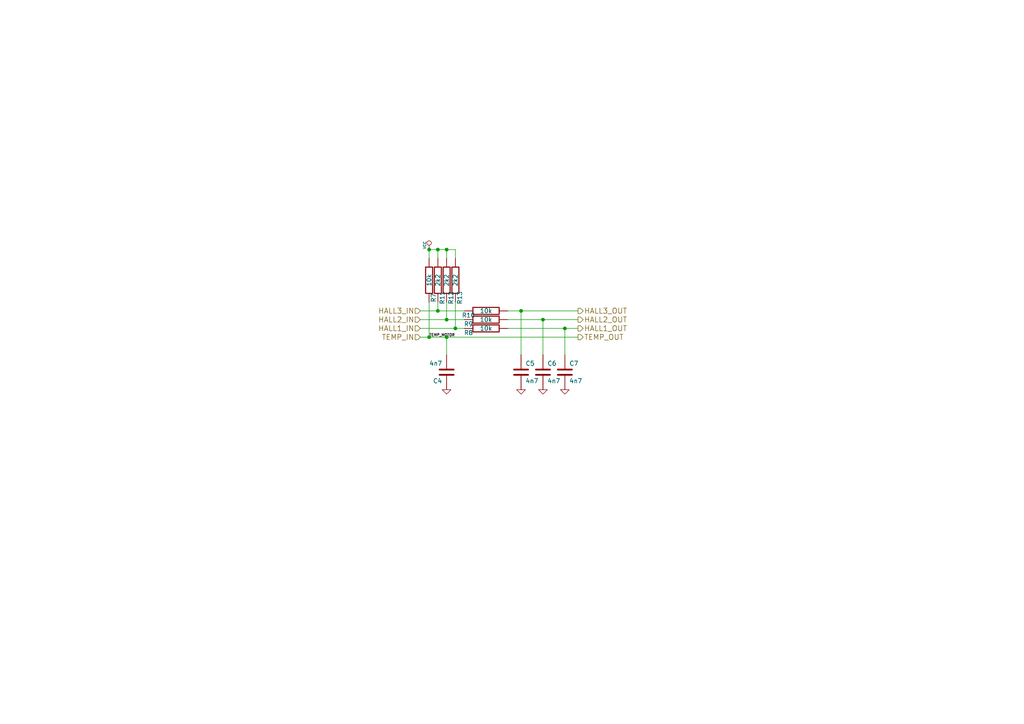
<source format=kicad_sch>
(kicad_sch (version 20231120) (generator "eeschema") (generator_version "8.0")
  (paper "A4")
  (title_block (title "BLDC Driver 4.11") (date "21 aug 2015") (rev "4.12") (company "Benjamin Vedder"))
  (lib_symbols
    (symbol "BLDC_4-rescue:C-RESCUE-BLDC_4" (pin_numbers hide) (pin_names (offset 0.254))
      (property "Reference" "C" (at 0 2.54 0))
      (property "Value" "C-RESCUE-BLDC_4" (at 0.1524 -2.159 0))
      (symbol "C-RESCUE-BLDC_4_0_1"
        (polyline (pts (xy -2.032 -0.762) (xy 2.032 -0.762)) (stroke (width 0.508)))
        (polyline (pts (xy -2.032 0.762) (xy 2.032 0.762)) (stroke (width 0.508)))
      )
      (symbol "C-RESCUE-BLDC_4_1_1"
        (pin passive line (at 0 5.08 270) (length 4.318) (name "~") (number "1"))
        (pin passive line (at 0 -5.08 90) (length 4.318) (name "~") (number "2"))
      )
    )
    (symbol "BLDC_4-rescue:GND-RESCUE-BLDC_4" (power) (pin_names (offset 0))
      (symbol "GND-RESCUE-BLDC_4_0_1"
        (polyline (pts (xy -1.27 0) (xy 0 -1.27) (xy 1.27 0) (xy -1.27 0)))
      )
      (symbol "GND-RESCUE-BLDC_4_1_1"
        (pin power_in line (at 0 0 90) (length 0) hide (name "GND") (number "1"))
      )
    )
    (symbol "BLDC_4-rescue:R-RESCUE-BLDC_4" (pin_numbers hide) (pin_names (offset 0))
      (property "Reference" "R" (at 2.032 0 90))
      (property "Value" "R-RESCUE-BLDC_4" (at 0.1778 0.0254 90))
      (symbol "R-RESCUE-BLDC_4_0_1"
        (rectangle (start -1.016 3.81) (end 1.016 -3.81) (stroke (width 0.3048)))
      )
      (symbol "R-RESCUE-BLDC_4_1_1"
        (pin passive line (at 0 6.35 270) (length 2.54) (name "~") (number "1"))
        (pin passive line (at 0 -6.35 90) (length 2.54) (name "~") (number "2"))
      )
    )
    (symbol "BLDC_4-rescue:VCC" (power) (pin_names (offset 0))
      (property "Value" "VCC" (at 0 3.81 0))
      (symbol "VCC_0_1"
        (polyline (pts (xy 0 0) (xy 0 1.27)))
        (circle (center 0 1.905) (radius 0.635))
      )
      (symbol "VCC_1_1"
        (pin power_in line (at 0 0 90) (length 0) hide (name "VCC") (number "1"))
      )
    )
  )
  (junction (at 127 90.17))
  (junction (at 163.83 95.25))
  (junction (at 129.54 92.71))
  (junction (at 124.46 72.39))
  (junction (at 157.48 92.71))
  (junction (at 132.08 95.25))
  (junction (at 129.54 97.79))
  (junction (at 124.46 97.79))
  (junction (at 129.54 72.39))
  (junction (at 151.13 90.17))
  (junction (at 127 72.39))
  (wire (pts (xy 163.83 95.25) (xy 167.64 95.25)))
  (wire (pts (xy 147.32 95.25) (xy 163.83 95.25)))
  (wire (pts (xy 132.08 95.25) (xy 134.62 95.25)))
  (wire (pts (xy 121.92 90.17) (xy 127 90.17)))
  (wire (pts (xy 147.32 90.17) (xy 151.13 90.17)))
  (wire (pts (xy 132.08 87.63) (xy 132.08 95.25)))
  (wire (pts (xy 132.08 72.39) (xy 132.08 74.93)))
  (wire (pts (xy 129.54 72.39) (xy 129.54 74.93)))
  (wire (pts (xy 157.48 92.71) (xy 157.48 102.87)))
  (wire (pts (xy 121.92 95.25) (xy 132.08 95.25)))
  (wire (pts (xy 129.54 97.79) (xy 167.64 97.79)))
  (wire (pts (xy 127 90.17) (xy 134.62 90.17)))
  (wire (pts (xy 129.54 97.79) (xy 129.54 102.87)))
  (wire (pts (xy 163.83 95.25) (xy 163.83 102.87)))
  (wire (pts (xy 151.13 90.17) (xy 167.64 90.17)))
  (wire (pts (xy 127 72.39) (xy 129.54 72.39)))
  (wire (pts (xy 127 74.93) (xy 127 72.39)))
  (wire (pts (xy 124.46 72.39) (xy 124.46 74.93)))
  (wire (pts (xy 124.46 97.79) (xy 129.54 97.79)))
  (wire (pts (xy 157.48 92.71) (xy 167.64 92.71)))
  (wire (pts (xy 129.54 92.71) (xy 134.62 92.71)))
  (wire (pts (xy 129.54 87.63) (xy 129.54 92.71)))
  (wire (pts (xy 121.92 97.79) (xy 124.46 97.79)))
  (wire (pts (xy 124.46 87.63) (xy 124.46 97.79)))
  (wire (pts (xy 127 87.63) (xy 127 90.17)))
  (wire (pts (xy 147.32 92.71) (xy 157.48 92.71)))
  (wire (pts (xy 121.92 92.71) (xy 129.54 92.71)))
  (wire (pts (xy 124.46 72.39) (xy 127 72.39)))
  (wire (pts (xy 151.13 90.17) (xy 151.13 102.87)))
  (wire (pts (xy 129.54 72.39) (xy 132.08 72.39)))
  (label "TEMP_MOTOR" (at 124.46 97.79 0) (effects (font (size 0.762 0.762))))
  (hierarchical_label "HALL1_IN" (shape input) (at 121.92 95.25 180) (effects (font (size 1.524 1.524))))
  (hierarchical_label "HALL3_OUT" (shape output) (at 167.64 90.17 0) (effects (font (size 1.524 1.524))))
  (hierarchical_label "TEMP_IN" (shape input) (at 121.92 97.79 180) (effects (font (size 1.524 1.524))))
  (hierarchical_label "TEMP_OUT" (shape output) (at 167.64 97.79 0) (effects (font (size 1.524 1.524))))
  (hierarchical_label "HALL2_IN" (shape input) (at 121.92 92.71 180) (effects (font (size 1.524 1.524))))
  (hierarchical_label "HALL2_OUT" (shape output) (at 167.64 92.71 0) (effects (font (size 1.524 1.524))))
  (hierarchical_label "HALL1_OUT" (shape output) (at 167.64 95.25 0) (effects (font (size 1.524 1.524))))
  (hierarchical_label "HALL3_IN" (shape input) (at 121.92 90.17 180) (effects (font (size 1.524 1.524))))
  (symbol (lib_name "BLDC_4-rescue:R-RESCUE-BLDC_4") (lib_id "BLDC_4-rescue:R-RESCUE-BLDC_4") (at 124.46 81.28 180) (unit 1)
    (property "Reference" "R7" (at 125.73 86.36 90))
    (property "Value" "10k" (at 124.46 81.28 90))
    (property "Footprint" "CRF1:SMD-0603_r" (effects (hide yes)))
  )
  (symbol (lib_name "BLDC_4-rescue:R-RESCUE-BLDC_4") (lib_id "BLDC_4-rescue:R-RESCUE-BLDC_4") (at 140.97 95.25 90) (unit 1)
    (property "Reference" "R8" (at 135.89 96.52 90))
    (property "Value" "10k" (at 140.97 95.25 90))
    (property "Footprint" "CRF1:SMD-0603_r" (effects (hide yes)))
  )
  (symbol (lib_name "BLDC_4-rescue:R-RESCUE-BLDC_4") (lib_id "BLDC_4-rescue:R-RESCUE-BLDC_4") (at 140.97 92.71 90) (unit 1)
    (property "Reference" "R9" (at 135.89 93.98 90))
    (property "Value" "10k" (at 140.97 92.71 90))
    (property "Footprint" "CRF1:SMD-0603_r" (effects (hide yes)))
  )
  (symbol (lib_name "BLDC_4-rescue:R-RESCUE-BLDC_4") (lib_id "BLDC_4-rescue:R-RESCUE-BLDC_4") (at 140.97 90.17 90) (unit 1)
    (property "Reference" "R10" (at 135.89 91.44 90))
    (property "Value" "10k" (at 140.97 90.17 90))
    (property "Footprint" "CRF1:SMD-0603_r" (effects (hide yes)))
  )
  (symbol (lib_name "BLDC_4-rescue:C-RESCUE-BLDC_4") (lib_id "BLDC_4-rescue:C-RESCUE-BLDC_4") (at 151.13 107.95 0) (unit 1)
    (property "Reference" "C5" (at 152.4 105.41 0) (effects (justify left)))
    (property "Value" "4n7" (at 152.4 110.49 0) (effects (justify left)))
    (property "Footprint" "CRF1:SMD-0603_c" (effects (hide yes)))
  )
  (symbol (lib_name "BLDC_4-rescue:C-RESCUE-BLDC_4") (lib_id "BLDC_4-rescue:C-RESCUE-BLDC_4") (at 157.48 107.95 0) (unit 1)
    (property "Reference" "C6" (at 158.75 105.41 0) (effects (justify left)))
    (property "Value" "4n7" (at 158.75 110.49 0) (effects (justify left)))
    (property "Footprint" "CRF1:SMD-0603_c" (effects (hide yes)))
  )
  (symbol (lib_name "BLDC_4-rescue:C-RESCUE-BLDC_4") (lib_id "BLDC_4-rescue:C-RESCUE-BLDC_4") (at 163.83 107.95 0) (unit 1)
    (property "Reference" "C7" (at 165.1 105.41 0) (effects (justify left)))
    (property "Value" "4n7" (at 165.1 110.49 0) (effects (justify left)))
    (property "Footprint" "CRF1:SMD-0603_c" (effects (hide yes)))
  )
  (symbol (lib_name "BLDC_4-rescue:GND-RESCUE-BLDC_4") (lib_id "BLDC_4-rescue:GND-RESCUE-BLDC_4") (at 151.13 113.03 0) (unit 1)
    (property "Reference" "#PWR030" (effects (hide yes)))
    (property "Value" "GND" (effects (hide yes)))
  )
  (symbol (lib_name "BLDC_4-rescue:R-RESCUE-BLDC_4") (lib_id "BLDC_4-rescue:R-RESCUE-BLDC_4") (at 127 81.28 180) (unit 1)
    (property "Reference" "R11" (at 128.27 86.36 90))
    (property "Value" "2k2" (at 127 81.28 90))
    (property "Footprint" "CRF1:SMD-0603_r" (effects (hide yes)))
  )
  (symbol (lib_name "BLDC_4-rescue:R-RESCUE-BLDC_4") (lib_id "BLDC_4-rescue:R-RESCUE-BLDC_4") (at 129.54 81.28 180) (unit 1)
    (property "Reference" "R12" (at 130.81 86.36 90))
    (property "Value" "2k2" (at 129.54 81.28 90))
    (property "Footprint" "CRF1:SMD-0603_r" (effects (hide yes)))
  )
  (symbol (lib_name "BLDC_4-rescue:R-RESCUE-BLDC_4") (lib_id "BLDC_4-rescue:R-RESCUE-BLDC_4") (at 132.08 81.28 180) (unit 1)
    (property "Reference" "R13" (at 133.35 86.36 90))
    (property "Value" "2k2" (at 132.08 81.28 90))
    (property "Footprint" "CRF1:SMD-0603_r" (effects (hide yes)))
  )
  (symbol (lib_name "BLDC_4-rescue:C-RESCUE-BLDC_4") (lib_id "BLDC_4-rescue:C-RESCUE-BLDC_4") (at 129.54 107.95 180) (unit 1)
    (property "Reference" "C4" (at 128.27 110.49 0) (effects (justify left)))
    (property "Value" "4n7" (at 128.27 105.41 0) (effects (justify left)))
    (property "Footprint" "CRF1:SMD-0603_c" (effects (hide yes)))
  )
  (symbol (lib_name "BLDC_4-rescue:GND-RESCUE-BLDC_4") (lib_id "BLDC_4-rescue:GND-RESCUE-BLDC_4") (at 129.54 113.03 0) (unit 1)
    (property "Reference" "#PWR031" (effects (hide yes)))
    (property "Value" "GND" (effects (hide yes)))
  )
  (symbol (lib_name "BLDC_4-rescue:VCC") (lib_id "BLDC_4-rescue:VCC") (at 124.46 72.39 0) (unit 1)
    (property "Reference" "#PWR032" (effects (hide yes)))
    (property "Value" "VCC" (at 123.19 71.12 90) (effects (font (size 0.762 0.762))))
  )
  (symbol (lib_name "BLDC_4-rescue:GND-RESCUE-BLDC_4") (lib_id "BLDC_4-rescue:GND-RESCUE-BLDC_4") (at 157.48 113.03 0) (unit 1)
    (property "Reference" "#PWR033" (effects (hide yes)))
    (property "Value" "GND" (effects (hide yes)))
  )
  (symbol (lib_name "BLDC_4-rescue:GND-RESCUE-BLDC_4") (lib_id "BLDC_4-rescue:GND-RESCUE-BLDC_4") (at 163.83 113.03 0) (unit 1)
    (property "Reference" "#PWR034" (effects (hide yes)))
    (property "Value" "GND" (effects (hide yes)))
  )
)
</source>
